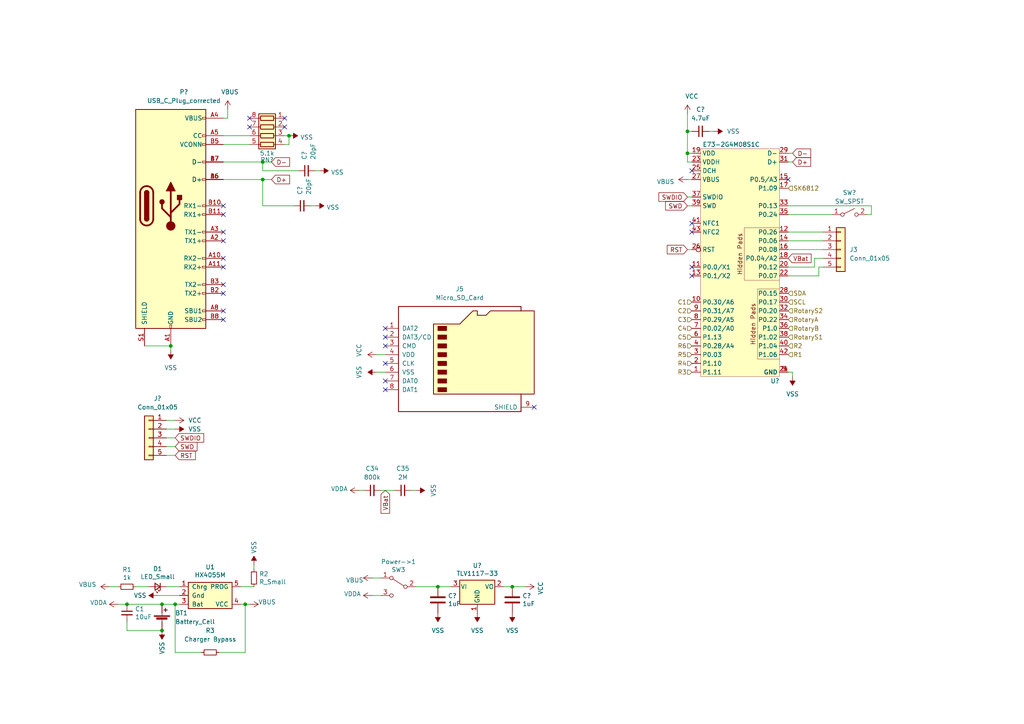
<source format=kicad_sch>
(kicad_sch (version 20210126) (generator eeschema)
  (paper "A4")
  (lib_symbols
    (symbol "BadgePirates:USB_C_Plug_corrected" (pin_names (offset 1.016))
      (property "Reference" "P" (at -10.16 29.21 0))
      (property "Value" "USB_C_Plug_corrected" (at 10.16 29.21 0))
      (symbol "USB_C_Plug_corrected_0_0"
        (rectangle (start -0.254 -35.56) (end 0.254 -34.544))
        (rectangle (start 10.16 -32.766) (end 9.144 -33.274))
        (rectangle (start 10.16 -30.226) (end 9.144 -30.734))
        (rectangle (start 10.16 -25.146) (end 9.144 -25.654))
        (rectangle (start 10.16 -22.606) (end 9.144 -23.114))
        (rectangle (start 10.16 -17.526) (end 9.144 -18.034))
        (rectangle (start 10.16 -14.986) (end 9.144 -15.494))
        (rectangle (start 10.16 -9.906) (end 9.144 -10.414))
        (rectangle (start 10.16 -7.366) (end 9.144 -7.874))
        (rectangle (start 10.16 -2.286) (end 9.144 -2.794))
        (rectangle (start 10.16 0.254) (end 9.144 -0.254))
        (rectangle (start 10.16 7.874) (end 9.144 7.366))
        (rectangle (start 10.16 12.954) (end 9.144 12.446))
        (rectangle (start 10.16 18.034) (end 9.144 17.526))
        (rectangle (start 10.16 20.574) (end 9.144 20.066))
        (rectangle (start 10.16 25.654) (end 9.144 25.146))
      )
      (symbol "USB_C_Plug_corrected_0_1"
        (arc (start -7.62 -3.81) (end -6.35 -3.81) (radius (at -6.985 -3.81) (length 0.635) (angles -179.9 -0.1)) (stroke (width 0.254)) (fill (type outline)))
        (arc (start -8.89 -3.81) (end -5.08 -3.81) (radius (at -6.985 -3.81) (length 1.905) (angles -179.9 -0.1)) (stroke (width 0.508)))
        (arc (start -7.62 -3.81) (end -6.35 -3.81) (radius (at -6.985 -3.81) (length 0.635) (angles -179.9 -0.1)) (stroke (width 0.254)))
        (arc (start -5.08 3.81) (end -8.89 3.81) (radius (at -6.985 3.81) (length 1.905) (angles 0.1 179.9)) (stroke (width 0.508)))
        (arc (start -6.35 3.81) (end -7.62 3.81) (radius (at -6.985 3.81) (length 0.635) (angles 0.1 179.9)) (stroke (width 0.254)) (fill (type outline)))
        (arc (start -6.35 3.81) (end -7.62 3.81) (radius (at -6.985 3.81) (length 0.635) (angles 0.1 179.9)) (stroke (width 0.254)))
        (rectangle (start -10.16 27.94) (end 10.16 -35.56) (stroke (width 0.254)) (fill (type background)))
        (rectangle (start -7.62 -3.81) (end -6.35 3.81) (stroke (width 0.254)) (fill (type outline)))
        (polyline (pts (xy -8.89 -3.81) (xy -8.89 3.81)) (stroke (width 0.508)))
        (polyline (pts (xy -5.08 3.81) (xy -5.08 -3.81)) (stroke (width 0.508)))
      )
      (symbol "USB_C_Plug_corrected_1_1"
        (circle (center -2.54 1.143) (radius 0.635) (stroke (width 0.254)) (fill (type outline)))
        (circle (center 0 -5.842) (radius 1.27) (fill (type outline)))
        (rectangle (start 1.905 1.778) (end 3.175 3.048) (stroke (width 0.254)) (fill (type outline)))
        (polyline (pts (xy 0 -5.842) (xy 0 4.318)) (stroke (width 0.508)))
        (polyline (pts (xy 0 -3.302) (xy -2.54 -0.762) (xy -2.54 0.508)) (stroke (width 0.508)))
        (polyline (pts (xy 0 -2.032) (xy 2.54 0.508) (xy 2.54 1.778)) (stroke (width 0.508)))
        (polyline (pts (xy -1.27 4.318) (xy 0 6.858) (xy 1.27 4.318) (xy -1.27 4.318)) (stroke (width 0.254)) (fill (type outline)))
        (pin passive line (at 0 -40.64 90) (length 5.08) (name "GND") (number "A1"))
        (pin bidirectional line (at 15.24 -15.24 180) (length 5.08) (name "RX2-") (number "A10"))
        (pin bidirectional line (at 15.24 -17.78 180) (length 5.08) (name "RX2+") (number "A11"))
        (pin passive line (at 0 -40.64 90) (length 5.08) hide (name "GND") (number "A12"))
        (pin bidirectional line (at 15.24 -10.16 180) (length 5.08) (name "TX1+") (number "A2"))
        (pin bidirectional line (at 15.24 -7.62 180) (length 5.08) (name "TX1-") (number "A3"))
        (pin passive line (at 15.24 25.4 180) (length 5.08) (name "VBUS") (number "A4"))
        (pin bidirectional line (at 15.24 20.32 180) (length 5.08) (name "CC") (number "A5"))
        (pin bidirectional line (at 15.24 7.62 180) (length 5.08) (name "D+") (number "A6"))
        (pin bidirectional line (at 15.24 12.7 180) (length 5.08) (name "D-") (number "A7"))
        (pin bidirectional line (at 15.24 -30.48 180) (length 5.08) (name "SBU1") (number "A8"))
        (pin passive line (at 15.24 25.4 180) (length 5.08) hide (name "VBUS") (number "A9"))
        (pin passive line (at 0 -40.64 90) (length 5.08) hide (name "GND") (number "B1"))
        (pin bidirectional line (at 15.24 0 180) (length 5.08) (name "RX1-") (number "B10"))
        (pin bidirectional line (at 15.24 -2.54 180) (length 5.08) (name "RX1+") (number "B11"))
        (pin passive line (at 0 -40.64 90) (length 5.08) hide (name "GND") (number "B12"))
        (pin bidirectional line (at 15.24 -25.4 180) (length 5.08) (name "TX2+") (number "B2"))
        (pin bidirectional line (at 15.24 -22.86 180) (length 5.08) (name "TX2-") (number "B3"))
        (pin passive line (at 15.24 25.4 180) (length 5.08) hide (name "VBUS") (number "B4"))
        (pin bidirectional line (at 15.24 17.78 180) (length 5.08) (name "VCONN") (number "B5"))
        (pin bidirectional line (at 15.24 -33.02 180) (length 5.08) (name "SBU2") (number "B8"))
        (pin passive line (at 15.24 25.4 180) (length 5.08) hide (name "VBUS") (number "B9"))
        (pin passive line (at -7.62 -40.64 90) (length 5.08) (name "SHIELD") (number "S1"))
        (pin bidirectional line (at 15.24 7.62 180) (length 5.08) (name "D+") (number "B6"))
        (pin bidirectional line (at 15.24 12.7 180) (length 5.08) (name "D-") (number "B7"))
      )
    )
    (symbol "Connector:Micro_SD_Card" (pin_names (offset 1.016))
      (property "Reference" "J" (at -16.51 15.24 0))
      (property "Value" "Micro_SD_Card" (at 16.51 15.24 0))
      (symbol "Micro_SD_Card_0_1"
        (rectangle (start -7.62 -9.525) (end -5.08 -10.795) (fill (type outline)))
        (rectangle (start -7.62 -6.985) (end -5.08 -8.255) (fill (type outline)))
        (rectangle (start -7.62 -4.445) (end -5.08 -5.715) (fill (type outline)))
        (rectangle (start -7.62 -1.905) (end -5.08 -3.175) (fill (type outline)))
        (rectangle (start -7.62 0.635) (end -5.08 -0.635) (fill (type outline)))
        (rectangle (start -7.62 3.175) (end -5.08 1.905) (fill (type outline)))
        (rectangle (start -7.62 5.715) (end -5.08 4.445) (fill (type outline)))
        (rectangle (start -7.62 8.255) (end -5.08 6.985) (fill (type outline)))
        (polyline (pts (xy 16.51 12.7) (xy 16.51 13.97) (xy -19.05 13.97) (xy -19.05 -16.51) (xy 16.51 -16.51) (xy 16.51 -11.43)) (stroke (width 0.254)))
        (polyline (pts (xy -8.89 -11.43) (xy -8.89 8.89) (xy -1.27 8.89) (xy 2.54 12.7) (xy 3.81 12.7) (xy 3.81 11.43) (xy 6.35 11.43) (xy 7.62 12.7) (xy 20.32 12.7) (xy 20.32 -11.43) (xy -8.89 -11.43)) (stroke (width 0.254)) (fill (type background)))
      )
      (symbol "Micro_SD_Card_1_1"
        (pin bidirectional line (at -22.86 7.62 0) (length 3.81) (name "DAT2") (number "1"))
        (pin bidirectional line (at -22.86 5.08 0) (length 3.81) (name "DAT3/CD") (number "2"))
        (pin input line (at -22.86 2.54 0) (length 3.81) (name "CMD") (number "3"))
        (pin power_in line (at -22.86 0 0) (length 3.81) (name "VDD") (number "4"))
        (pin input line (at -22.86 -2.54 0) (length 3.81) (name "CLK") (number "5"))
        (pin power_in line (at -22.86 -5.08 0) (length 3.81) (name "VSS") (number "6"))
        (pin bidirectional line (at -22.86 -7.62 0) (length 3.81) (name "DAT0") (number "7"))
        (pin bidirectional line (at -22.86 -10.16 0) (length 3.81) (name "DAT1") (number "8"))
        (pin passive line (at 20.32 -15.24 180) (length 3.81) (name "SHIELD") (number "9"))
      )
    )
    (symbol "Connector_Generic:Conn_01x05" (pin_names (offset 1.016) hide)
      (property "Reference" "J" (at 0 7.62 0))
      (property "Value" "Conn_01x05" (at 0 -7.62 0))
      (symbol "Conn_01x05_1_1"
        (rectangle (start -1.27 -4.953) (end 0 -5.207) (stroke (width 0.1524)))
        (rectangle (start -1.27 -2.413) (end 0 -2.667) (stroke (width 0.1524)))
        (rectangle (start -1.27 2.667) (end 0 2.413) (stroke (width 0.1524)))
        (rectangle (start -1.27 5.207) (end 0 4.953) (stroke (width 0.1524)))
        (rectangle (start -1.27 6.35) (end 1.27 -6.35) (stroke (width 0.254)) (fill (type background)))
        (rectangle (start -1.27 0.127) (end 0 -0.127) (stroke (width 0.1524)))
        (pin passive line (at -5.08 5.08 0) (length 3.81) (name "Pin_1") (number "1"))
        (pin passive line (at -5.08 2.54 0) (length 3.81) (name "Pin_2") (number "2"))
        (pin passive line (at -5.08 0 0) (length 3.81) (name "Pin_3") (number "3"))
        (pin passive line (at -5.08 -2.54 0) (length 3.81) (name "Pin_4") (number "4"))
        (pin passive line (at -5.08 -5.08 0) (length 3.81) (name "Pin_5") (number "5"))
      )
    )
    (symbol "Device:Battery_Cell" (pin_numbers hide) (pin_names (offset 0) hide)
      (property "Reference" "BT" (at 2.54 2.54 0))
      (property "Value" "Battery_Cell" (at 2.54 0 0))
      (symbol "Battery_Cell_0_1"
        (rectangle (start -2.286 1.778) (end 2.286 1.524) (fill (type outline)))
        (rectangle (start -1.5748 1.1938) (end 1.4732 0.6858) (fill (type outline)))
        (polyline (pts (xy 0 0.762) (xy 0 0)))
        (polyline (pts (xy 0 1.778) (xy 0 2.54)))
        (polyline (pts (xy 0.508 3.429) (xy 1.524 3.429)) (stroke (width 0.254)))
        (polyline (pts (xy 1.016 3.937) (xy 1.016 2.921)) (stroke (width 0.254)))
      )
      (symbol "Battery_Cell_1_1"
        (pin passive line (at 0 5.08 270) (length 2.54) (name "+") (number "1"))
        (pin passive line (at 0 -2.54 90) (length 2.54) (name "-") (number "2"))
      )
    )
    (symbol "Device:C" (pin_numbers hide) (pin_names (offset 0.254))
      (property "Reference" "C" (at 0.635 2.54 0))
      (property "Value" "C" (at 0.635 -2.54 0))
      (symbol "C_0_1"
        (polyline (pts (xy -2.032 -0.762) (xy 2.032 -0.762)) (stroke (width 0.508)))
        (polyline (pts (xy -2.032 0.762) (xy 2.032 0.762)) (stroke (width 0.508)))
      )
      (symbol "C_1_1"
        (pin passive line (at 0 3.81 270) (length 2.794) (name "~") (number "1"))
        (pin passive line (at 0 -3.81 90) (length 2.794) (name "~") (number "2"))
      )
    )
    (symbol "Device:C_Small" (pin_numbers hide) (pin_names (offset 0.254) hide)
      (property "Reference" "C" (at 0.254 1.778 0))
      (property "Value" "C_Small" (at 0.254 -2.032 0))
      (symbol "C_Small_0_1"
        (polyline (pts (xy -1.524 -0.508) (xy 1.524 -0.508)) (stroke (width 0.3302)))
        (polyline (pts (xy -1.524 0.508) (xy 1.524 0.508)) (stroke (width 0.3048)))
      )
      (symbol "C_Small_1_1"
        (pin passive line (at 0 2.54 270) (length 2.032) (name "~") (number "1"))
        (pin passive line (at 0 -2.54 90) (length 2.032) (name "~") (number "2"))
      )
    )
    (symbol "Device:LED_Small" (pin_numbers hide) (pin_names (offset 0.254) hide)
      (property "Reference" "D" (at -1.27 3.175 0))
      (property "Value" "LED_Small" (at -4.445 -2.54 0))
      (symbol "LED_Small_0_1"
        (polyline (pts (xy -0.762 -1.016) (xy -0.762 1.016)) (stroke (width 0.254)))
        (polyline (pts (xy 1.016 0) (xy -0.762 0)))
        (polyline (pts (xy 0.762 -1.016) (xy -0.762 0) (xy 0.762 1.016) (xy 0.762 -1.016)) (stroke (width 0.254)))
        (polyline (pts (xy 0 0.762) (xy -0.508 1.27) (xy -0.254 1.27) (xy -0.508 1.27) (xy -0.508 1.016)))
        (polyline (pts (xy 0.508 1.27) (xy 0 1.778) (xy 0.254 1.778) (xy 0 1.778) (xy 0 1.524)))
      )
      (symbol "LED_Small_1_1"
        (pin passive line (at -2.54 0 0) (length 1.778) (name "K") (number "1"))
        (pin passive line (at 2.54 0 180) (length 1.778) (name "A") (number "2"))
      )
    )
    (symbol "Device:R_Pack04" (pin_names (offset 0) hide)
      (property "Reference" "RN" (at -7.62 0 90))
      (property "Value" "R_Pack04" (at 5.08 0 90))
      (symbol "R_Pack04_0_1"
        (rectangle (start -6.35 -2.413) (end 3.81 2.413) (stroke (width 0.254)) (fill (type background)))
        (rectangle (start -5.715 1.905) (end -4.445 -1.905) (stroke (width 0.254)))
        (rectangle (start -3.175 1.905) (end -1.905 -1.905) (stroke (width 0.254)))
        (rectangle (start -0.635 1.905) (end 0.635 -1.905) (stroke (width 0.254)))
        (rectangle (start 1.905 1.905) (end 3.175 -1.905) (stroke (width 0.254)))
        (polyline (pts (xy -5.08 -2.54) (xy -5.08 -1.905)))
        (polyline (pts (xy -5.08 1.905) (xy -5.08 2.54)))
        (polyline (pts (xy -2.54 -2.54) (xy -2.54 -1.905)))
        (polyline (pts (xy -2.54 1.905) (xy -2.54 2.54)))
        (polyline (pts (xy 0 -2.54) (xy 0 -1.905)))
        (polyline (pts (xy 0 1.905) (xy 0 2.54)))
        (polyline (pts (xy 2.54 -2.54) (xy 2.54 -1.905)))
        (polyline (pts (xy 2.54 1.905) (xy 2.54 2.54)))
      )
      (symbol "R_Pack04_1_1"
        (pin passive line (at -5.08 -5.08 90) (length 2.54) (name "R1.1") (number "1"))
        (pin passive line (at -2.54 -5.08 90) (length 2.54) (name "R2.1") (number "2"))
        (pin passive line (at 0 -5.08 90) (length 2.54) (name "R3.1") (number "3"))
        (pin passive line (at 2.54 -5.08 90) (length 2.54) (name "R4.1") (number "4"))
        (pin passive line (at 2.54 5.08 270) (length 2.54) (name "R4.2") (number "5"))
        (pin passive line (at 0 5.08 270) (length 2.54) (name "R3.2") (number "6"))
        (pin passive line (at -2.54 5.08 270) (length 2.54) (name "R2.2") (number "7"))
        (pin passive line (at -5.08 5.08 270) (length 2.54) (name "R1.2") (number "8"))
      )
    )
    (symbol "Device:R_Small" (pin_numbers hide) (pin_names (offset 0.254) hide)
      (property "Reference" "R" (at 0.762 0.508 0))
      (property "Value" "R_Small" (at 0.762 -1.016 0))
      (symbol "R_Small_0_1"
        (rectangle (start -0.762 1.778) (end 0.762 -1.778) (stroke (width 0.2032)))
      )
      (symbol "R_Small_1_1"
        (pin passive line (at 0 2.54 270) (length 0.762) (name "~") (number "1"))
        (pin passive line (at 0 -2.54 90) (length 0.762) (name "~") (number "2"))
      )
    )
    (symbol "E73:E73-2G4M08S1C"
      (property "Reference" "U" (at -19.05 -66.04 0))
      (property "Value" "E73-2G4M08S1C" (at 0 13.97 0))
      (symbol "E73-2G4M08S1C_0_0"
        (text "Hidden Pads" (at 5.08 -38.1 900) (effects (font (size 1.27 1.27))))
        (text "Hidden Pads" (at 1.27 -17.78 900) (effects (font (size 1.27 1.27))))
        (rectangle (start -10.16 12.7) (end 12.7 -53.34) (stroke (width 0.001)) (fill (type background)))
      )
      (symbol "E73-2G4M08S1C_0_1"
        (polyline (pts (xy 12.7 -10.16) (xy 2.54 -10.16) (xy 2.54 -25.4) (xy 12.7 -25.4)) (stroke (width 0.0006)))
        (polyline (pts (xy 12.7 -27.94) (xy 6.35 -27.94) (xy 6.35 -48.26) (xy 12.7 -48.26)) (stroke (width 0.0006)))
      )
      (symbol "E73-2G4M08S1C_1_1"
        (pin input line (at -12.7 11.43 0) (length 2.54) (name "VDD") (number "19"))
        (pin input line (at -12.7 8.89 0) (length 2.54) (name "VDDH") (number "23"))
        (pin output line (at -12.7 6.35 0) (length 2.54) (name "DCH") (number "25"))
        (pin input line (at -12.7 3.81 0) (length 2.54) (name "VBUS") (number "27"))
        (pin input line (at 15.24 11.43 180) (length 2.54) (name "D-") (number "29"))
        (pin input line (at 15.24 8.89 180) (length 2.54) (name "D+") (number "31"))
        (pin input line (at -12.7 -1.27 0) (length 2.54) (name "SWDIO") (number "37"))
        (pin input line (at -12.7 -3.81 0) (length 2.54) (name "SWD") (number "39"))
        (pin input line (at -12.7 -8.89 0) (length 2.54) (name "NFC1") (number "41"))
        (pin input line (at -12.7 -11.43 0) (length 2.54) (name "NFC2") (number "43"))
        (pin input line (at -12.7 -52.07 0) (length 2.54) (name "P1.11") (number "1"))
        (pin input line (at -12.7 -49.53 0) (length 2.54) (name "P1.10") (number "2"))
        (pin input line (at -12.7 -46.99 0) (length 2.54) (name "P0.03") (number "3"))
        (pin input line (at -12.7 -44.45 0) (length 2.54) (name "P0.28/A4") (number "4"))
        (pin input line (at -12.7 -41.91 0) (length 2.54) (name "P1.13") (number "6"))
        (pin input line (at -12.7 -39.37 0) (length 2.54) (name "P0.02/A0") (number "7"))
        (pin input line (at -12.7 -36.83 0) (length 2.54) (name "P0.29/A5") (number "8"))
        (pin input line (at -12.7 -34.29 0) (length 2.54) (name "P0.31/A7") (number "9"))
        (pin input line (at -12.7 -31.75 0) (length 2.54) (name "P0.30/A6") (number "10"))
        (pin input line (at -12.7 -21.59 0) (length 2.54) (name "P0.0/X1") (number "11"))
        (pin input line (at 15.24 -11.43 180) (length 2.54) (name "P0.26") (number "12"))
        (pin input line (at -12.7 -24.13 0) (length 2.54) (name "P0.1/X2") (number "13"))
        (pin input line (at 15.24 -13.97 180) (length 2.54) (name "P0.06") (number "14"))
        (pin input line (at 15.24 3.81 180) (length 2.54) (name "P0.5/A3") (number "15"))
        (pin input line (at 15.24 -16.51 180) (length 2.54) (name "P0.08") (number "16"))
        (pin input line (at 15.24 1.27 180) (length 2.54) (name "P1.09") (number "17"))
        (pin input line (at 15.24 -19.05 180) (length 2.54) (name "P0.04/A2") (number "18"))
        (pin input line (at 15.24 -21.59 180) (length 2.54) (name "P0.12") (number "20"))
        (pin input line (at 15.24 -24.13 180) (length 2.54) (name "P0.07") (number "22"))
        (pin input line (at 15.24 -29.21 180) (length 2.54) (name "P0.15") (number "28"))
        (pin input inverted (at -12.7 -16.51 0) (length 2.54) (name "RST") (number "26"))
        (pin input line (at 15.24 -31.75 180) (length 2.54) (name "P0.17") (number "30"))
        (pin input line (at 15.24 -34.29 180) (length 2.54) (name "P0.20") (number "32"))
        (pin input line (at 15.24 -3.81 180) (length 2.54) (name "P0.13") (number "33"))
        (pin input line (at 15.24 -36.83 180) (length 2.54) (name "P0.22") (number "34"))
        (pin input line (at 15.24 -6.35 180) (length 2.54) (name "P0.24") (number "35"))
        (pin input line (at 15.24 -39.37 180) (length 2.54) (name "P1.0") (number "36"))
        (pin input line (at 15.24 -41.91 180) (length 2.54) (name "P1.02") (number "38"))
        (pin input line (at 15.24 -44.45 180) (length 2.54) (name "P1.04") (number "40"))
        (pin input line (at 15.24 -46.99 180) (length 2.54) (name "P1.06") (number "42"))
        (pin input line (at 15.24 -52.07 180) (length 2.54) (name "GND") (number "5"))
        (pin input line (at 15.24 -52.07 180) (length 2.54) (name "GND") (number "21"))
        (pin input line (at 15.24 -52.07 180) (length 2.54) (name "GND") (number "24"))
      )
    )
    (symbol "Regulator_Linear:TLV1117-33" (pin_names (offset 0.254))
      (property "Reference" "U" (at -3.81 3.175 0))
      (property "Value" "TLV1117-33" (at 0 3.175 0))
      (symbol "TLV1117-33_0_1"
        (rectangle (start -5.08 -5.08) (end 5.08 1.905) (stroke (width 0.254)) (fill (type background)))
      )
      (symbol "TLV1117-33_1_1"
        (pin power_in line (at 0 -7.62 90) (length 2.54) (name "GND") (number "1"))
        (pin power_out line (at 7.62 0 180) (length 2.54) (name "VO") (number "2"))
        (pin power_in line (at -7.62 0 0) (length 2.54) (name "VI") (number "3"))
      )
    )
    (symbol "Switch:SW_SPDT" (pin_names (offset 0) hide)
      (property "Reference" "SW" (at 0 4.318 0))
      (property "Value" "SW_SPDT" (at 0 -5.08 0))
      (symbol "SW_SPDT_0_0"
        (circle (center -2.032 0) (radius 0.508))
        (circle (center 2.032 -2.54) (radius 0.508))
      )
      (symbol "SW_SPDT_0_1"
        (circle (center 2.032 2.54) (radius 0.508))
        (polyline (pts (xy -1.524 0.254) (xy 1.651 2.286)))
      )
      (symbol "SW_SPDT_1_1"
        (pin passive line (at 5.08 2.54 180) (length 2.54) (name "A") (number "1"))
        (pin passive line (at -5.08 0 0) (length 2.54) (name "B") (number "2"))
        (pin passive line (at 5.08 -2.54 180) (length 2.54) (name "C") (number "3"))
      )
    )
    (symbol "Switch:SW_SPST" (pin_names (offset 0) hide)
      (property "Reference" "SW" (at 0 3.175 0))
      (property "Value" "SW_SPST" (at 0 -2.54 0))
      (symbol "SW_SPST_0_0"
        (circle (center -2.032 0) (radius 0.508))
        (circle (center 2.032 0) (radius 0.508))
        (polyline (pts (xy -1.524 0.254) (xy 1.524 1.778)))
      )
      (symbol "SW_SPST_1_1"
        (pin passive line (at -5.08 0 0) (length 2.54) (name "A") (number "1"))
        (pin passive line (at 5.08 0 180) (length 2.54) (name "B") (number "2"))
      )
    )
    (symbol "TwitterKeyboard-rescue:HX4055M-MechKeyboard" (pin_names (offset 1.016))
      (property "Reference" "U" (at 5.08 -10.16 0))
      (property "Value" "HX4055M-MechKeyboard" (at 0 0 0))
      (symbol "HX4055M-MechKeyboard_0_1"
        (rectangle (start -6.35 -1.27) (end 6.35 -8.89) (stroke (width 0.254)) (fill (type background)))
      )
      (symbol "HX4055M-MechKeyboard_1_1"
        (pin input line (at -8.89 -2.54 0) (length 2.54) (name "Chrg") (number "1"))
        (pin input line (at -8.89 -5.08 0) (length 2.54) (name "Gnd") (number "2"))
        (pin input line (at -8.89 -7.62 0) (length 2.54) (name "Bat") (number "3"))
        (pin input line (at 8.89 -7.62 180) (length 2.54) (name "VCC") (number "4"))
        (pin input line (at 8.89 -2.54 180) (length 2.54) (name "PROG") (number "5"))
      )
    )
    (symbol "power:VBUS" (power) (pin_names (offset 0))
      (property "Value" "VBUS" (at 0 3.81 0))
      (symbol "VBUS_0_1"
        (polyline (pts (xy -0.762 1.27) (xy 0 2.54)))
        (polyline (pts (xy 0 0) (xy 0 2.54)))
        (polyline (pts (xy 0 2.54) (xy 0.762 1.27)))
      )
      (symbol "VBUS_1_1"
        (pin power_in line (at 0 0 90) (length 0) hide (name "VBUS") (number "1"))
      )
    )
    (symbol "power:VCC" (power) (pin_names (offset 0))
      (property "Value" "VCC" (at 0 3.81 0))
      (symbol "VCC_0_1"
        (polyline (pts (xy -0.762 1.27) (xy 0 2.54)))
        (polyline (pts (xy 0 0) (xy 0 2.54)))
        (polyline (pts (xy 0 2.54) (xy 0.762 1.27)))
      )
      (symbol "VCC_1_1"
        (pin power_in line (at 0 0 90) (length 0) hide (name "VCC") (number "1"))
      )
    )
    (symbol "power:VDDA" (power) (pin_names (offset 0))
      (property "Value" "VDDA" (at 0 3.81 0))
      (symbol "VDDA_0_1"
        (polyline (pts (xy -0.762 1.27) (xy 0 2.54)))
        (polyline (pts (xy 0 0) (xy 0 2.54)))
        (polyline (pts (xy 0 2.54) (xy 0.762 1.27)))
      )
      (symbol "VDDA_1_1"
        (pin power_in line (at 0 0 90) (length 0) hide (name "VDDA") (number "1"))
      )
    )
    (symbol "power:VSS" (power) (pin_names (offset 0))
      (property "Value" "VSS" (at 0 3.81 0))
      (symbol "VSS_0_1"
        (polyline (pts (xy 0 0) (xy 0 2.54)))
        (polyline (pts (xy 0.762 1.27) (xy -0.762 1.27) (xy 0 2.54) (xy 0.762 1.27)) (fill (type outline)))
      )
      (symbol "VSS_1_1"
        (pin power_in line (at 0 0 90) (length 0) hide (name "VSS") (number "1"))
      )
    )
  )
  (junction (at 36.83 175.26) (diameter 0.9144))
  (junction (at 46.99 175.26) (diameter 0.9144))
  (junction (at 46.99 182.88) (diameter 0.9144))
  (junction (at 49.53 100.33) (diameter 0.9144))
  (junction (at 50.8 175.26) (diameter 0.9144))
  (junction (at 71.12 175.26) (diameter 0.9144))
  (junction (at 76.2 46.99) (diameter 0.9144))
  (junction (at 76.2 52.07) (diameter 0.9144))
  (junction (at 83.82 39.37) (diameter 0.9144))
  (junction (at 127 170.18) (diameter 0.9144))
  (junction (at 148.59 170.18) (diameter 0.9144))
  (junction (at 199.39 38.1) (diameter 0.9144))
  (junction (at 199.39 44.45) (diameter 0.9144))
  (no_connect (at 64.77 59.69))
  (no_connect (at 64.77 62.23))
  (no_connect (at 64.77 67.31))
  (no_connect (at 64.77 69.85))
  (no_connect (at 64.77 74.93))
  (no_connect (at 64.77 77.47))
  (no_connect (at 64.77 82.55))
  (no_connect (at 64.77 85.09))
  (no_connect (at 64.77 90.17))
  (no_connect (at 64.77 92.71))
  (no_connect (at 72.39 34.29))
  (no_connect (at 72.39 36.83))
  (no_connect (at 82.55 34.29))
  (no_connect (at 82.55 36.83))
  (no_connect (at 111.76 95.25))
  (no_connect (at 111.76 97.79))
  (no_connect (at 111.76 100.33))
  (no_connect (at 111.76 105.41))
  (no_connect (at 111.76 110.49))
  (no_connect (at 111.76 113.03))
  (no_connect (at 154.94 118.11))
  (no_connect (at 200.66 49.53))
  (no_connect (at 200.66 64.77))
  (no_connect (at 200.66 67.31))
  (no_connect (at 200.66 77.47))
  (no_connect (at 200.66 80.01))
  (no_connect (at 228.6 52.07))
  (wire (pts (xy 31.75 170.18) (xy 34.29 170.18)))
  (wire (pts (xy 34.29 175.26) (xy 36.83 175.26)))
  (wire (pts (xy 36.83 175.26) (xy 46.99 175.26)))
  (wire (pts (xy 36.83 180.34) (xy 36.83 182.88)))
  (wire (pts (xy 36.83 182.88) (xy 46.99 182.88)))
  (wire (pts (xy 39.37 170.18) (xy 43.18 170.18)))
  (wire (pts (xy 41.91 100.33) (xy 49.53 100.33)))
  (wire (pts (xy 45.72 172.72) (xy 52.07 172.72)))
  (wire (pts (xy 46.99 175.26) (xy 50.8 175.26)))
  (wire (pts (xy 48.26 121.92) (xy 50.8 121.92)))
  (wire (pts (xy 48.26 124.46) (xy 50.8 124.46)))
  (wire (pts (xy 48.26 127) (xy 50.8 127)))
  (wire (pts (xy 48.26 129.54) (xy 50.8 129.54)))
  (wire (pts (xy 48.26 132.08) (xy 50.8 132.08)))
  (wire (pts (xy 48.26 170.18) (xy 52.07 170.18)))
  (wire (pts (xy 49.53 100.33) (xy 49.53 101.6)))
  (wire (pts (xy 50.8 175.26) (xy 52.07 175.26)))
  (wire (pts (xy 50.8 189.23) (xy 50.8 175.26)))
  (wire (pts (xy 58.42 189.23) (xy 50.8 189.23)))
  (wire (pts (xy 63.5 189.23) (xy 71.12 189.23)))
  (wire (pts (xy 64.77 39.37) (xy 72.39 39.37)))
  (wire (pts (xy 64.77 41.91) (xy 72.39 41.91)))
  (wire (pts (xy 64.77 46.99) (xy 76.2 46.99)))
  (wire (pts (xy 64.77 52.07) (xy 76.2 52.07)))
  (wire (pts (xy 66.04 31.75) (xy 66.04 34.29)))
  (wire (pts (xy 66.04 34.29) (xy 64.77 34.29)))
  (wire (pts (xy 69.85 170.18) (xy 73.66 170.18)))
  (wire (pts (xy 69.85 175.26) (xy 71.12 175.26)))
  (wire (pts (xy 71.12 175.26) (xy 72.39 175.26)))
  (wire (pts (xy 71.12 189.23) (xy 71.12 175.26)))
  (wire (pts (xy 73.66 165.1) (xy 73.66 163.83)))
  (wire (pts (xy 76.2 46.99) (xy 78.74 46.99)))
  (wire (pts (xy 76.2 49.53) (xy 76.2 46.99)))
  (wire (pts (xy 76.2 52.07) (xy 78.74 52.07)))
  (wire (pts (xy 76.2 59.69) (xy 76.2 52.07)))
  (wire (pts (xy 82.55 39.37) (xy 83.82 39.37)))
  (wire (pts (xy 82.55 41.91) (xy 83.82 41.91)))
  (wire (pts (xy 83.82 39.37) (xy 83.82 41.91)))
  (wire (pts (xy 85.09 59.69) (xy 76.2 59.69)))
  (wire (pts (xy 86.36 49.53) (xy 76.2 49.53)))
  (wire (pts (xy 90.17 59.69) (xy 91.44 59.69)))
  (wire (pts (xy 91.44 49.53) (xy 92.71 49.53)))
  (wire (pts (xy 104.14 142.24) (xy 105.41 142.24)))
  (wire (pts (xy 107.95 167.64) (xy 110.49 167.64)))
  (wire (pts (xy 107.95 172.72) (xy 110.49 172.72)))
  (wire (pts (xy 109.22 102.87) (xy 111.76 102.87)))
  (wire (pts (xy 109.22 107.95) (xy 111.76 107.95)))
  (wire (pts (xy 110.49 142.24) (xy 114.3 142.24)))
  (wire (pts (xy 119.38 142.24) (xy 120.65 142.24)))
  (wire (pts (xy 120.65 170.18) (xy 127 170.18)))
  (wire (pts (xy 130.81 170.18) (xy 127 170.18)))
  (wire (pts (xy 146.05 170.18) (xy 148.59 170.18)))
  (wire (pts (xy 148.59 170.18) (xy 152.4 170.18)))
  (wire (pts (xy 199.39 33.02) (xy 199.39 38.1)))
  (wire (pts (xy 199.39 38.1) (xy 199.39 44.45)))
  (wire (pts (xy 199.39 38.1) (xy 200.66 38.1)))
  (wire (pts (xy 199.39 46.99) (xy 199.39 44.45)))
  (wire (pts (xy 199.39 52.07) (xy 200.66 52.07)))
  (wire (pts (xy 199.39 57.15) (xy 200.66 57.15)))
  (wire (pts (xy 199.39 59.69) (xy 200.66 59.69)))
  (wire (pts (xy 199.39 72.39) (xy 200.66 72.39)))
  (wire (pts (xy 200.66 44.45) (xy 199.39 44.45)))
  (wire (pts (xy 200.66 46.99) (xy 199.39 46.99)))
  (wire (pts (xy 205.74 38.1) (xy 207.01 38.1)))
  (wire (pts (xy 228.6 59.69) (xy 252.73 59.69)))
  (wire (pts (xy 228.6 62.23) (xy 241.3 62.23)))
  (wire (pts (xy 228.6 67.31) (xy 238.76 67.31)))
  (wire (pts (xy 228.6 69.85) (xy 238.76 69.85)))
  (wire (pts (xy 228.6 72.39) (xy 238.76 72.39)))
  (wire (pts (xy 228.6 80.01) (xy 237.49 80.01)))
  (wire (pts (xy 229.87 44.45) (xy 228.6 44.45)))
  (wire (pts (xy 229.87 46.99) (xy 228.6 46.99)))
  (wire (pts (xy 229.87 107.95) (xy 228.6 107.95)))
  (wire (pts (xy 229.87 109.22) (xy 229.87 107.95)))
  (wire (pts (xy 236.22 74.93) (xy 236.22 77.47)))
  (wire (pts (xy 236.22 77.47) (xy 228.6 77.47)))
  (wire (pts (xy 237.49 77.47) (xy 238.76 77.47)))
  (wire (pts (xy 237.49 80.01) (xy 237.49 77.47)))
  (wire (pts (xy 238.76 74.93) (xy 236.22 74.93)))
  (wire (pts (xy 251.46 62.23) (xy 252.73 62.23)))
  (wire (pts (xy 252.73 59.69) (xy 252.73 62.23)))
  (global_label "SWDIO" (shape input) (at 50.8 127 0) (property "Intersheet References" "${INTERSHEET_REFS}" (effects hide)))
  (global_label "SWD" (shape input) (at 50.8 129.54 0) (property "Intersheet References" "${INTERSHEET_REFS}" (effects hide)))
  (global_label "RST" (shape input) (at 50.8 132.08 0) (property "Intersheet References" "${INTERSHEET_REFS}" (effects hide)))
  (global_label "D-" (shape input) (at 78.74 46.99 0) (property "Intersheet References" "${INTERSHEET_REFS}" (effects hide)))
  (global_label "D+" (shape input) (at 78.74 52.07 0) (property "Intersheet References" "${INTERSHEET_REFS}" (effects hide)))
  (global_label "VBat" (shape input) (at 111.76 142.24 270) (property "Intersheet References" "${INTERSHEET_REFS}" (effects hide)))
  (global_label "SWDIO" (shape input) (at 199.39 57.15 180) (property "Intersheet References" "${INTERSHEET_REFS}" (effects hide)))
  (global_label "SWD" (shape input) (at 199.39 59.69 180) (property "Intersheet References" "${INTERSHEET_REFS}" (effects hide)))
  (global_label "RST" (shape input) (at 199.39 72.39 180) (property "Intersheet References" "${INTERSHEET_REFS}" (effects hide)))
  (global_label "VBat" (shape input) (at 228.6 74.93 0) (property "Intersheet References" "${INTERSHEET_REFS}" (effects hide)))
  (global_label "D-" (shape input) (at 229.87 44.45 0) (property "Intersheet References" "${INTERSHEET_REFS}" (effects hide)))
  (global_label "D+" (shape input) (at 229.87 46.99 0) (property "Intersheet References" "${INTERSHEET_REFS}" (effects hide)))
  (hierarchical_label "C1" (shape input) (at 200.66 87.63 180))
  (hierarchical_label "C2" (shape input) (at 200.66 90.17 180))
  (hierarchical_label "C3" (shape input) (at 200.66 92.71 180))
  (hierarchical_label "C4" (shape input) (at 200.66 95.25 180))
  (hierarchical_label "C5" (shape input) (at 200.66 97.79 180))
  (hierarchical_label "R6" (shape input) (at 200.66 100.33 180))
  (hierarchical_label "R5" (shape input) (at 200.66 102.87 180))
  (hierarchical_label "R4" (shape input) (at 200.66 105.41 180))
  (hierarchical_label "R3" (shape input) (at 200.66 107.95 180))
  (hierarchical_label "SK6812" (shape input) (at 228.6 54.61 0))
  (hierarchical_label "SDA" (shape input) (at 228.6 85.09 0))
  (hierarchical_label "SCL" (shape input) (at 228.6 87.63 0))
  (hierarchical_label "RotaryS2" (shape input) (at 228.6 90.17 0))
  (hierarchical_label "RotaryA" (shape input) (at 228.6 92.71 0))
  (hierarchical_label "RotaryB" (shape input) (at 228.6 95.25 0))
  (hierarchical_label "RotaryS1" (shape input) (at 228.6 97.79 0))
  (hierarchical_label "R2" (shape input) (at 228.6 100.33 0))
  (hierarchical_label "R1" (shape input) (at 228.6 102.87 0))
  (symbol (lib_id "power:VBUS") (at 31.75 170.18 90) (unit 1)
    (property "Reference" "#PWR01" (effects hide))
    (property "Value" "VBUS" (at 25.4 169.545 90))
  )
  (symbol (lib_id "power:VDDA") (at 34.29 175.26 90) (unit 1)
    (property "Reference" "#PWR02" (effects hide))
    (property "Value" "VDDA" (at 31.0388 174.8028 90) (effects (justify left)))
  )
  (symbol (lib_id "power:VSS") (at 45.72 172.72 90) (unit 1)
    (property "Reference" "#PWR03" (effects hide))
    (property "Value" "VSS" (at 40.64 172.72 90))
  )
  (symbol (lib_id "power:VSS") (at 46.99 182.88 180) (unit 1)
    (property "Reference" "#PWR07" (effects hide))
    (property "Value" "VSS" (at 46.99 187.96 90))
  )
  (symbol (lib_id "power:VSS") (at 49.53 101.6 180) (unit 1)
    (property "Reference" "#PWR?" (effects hide))
    (property "Value" "VSS" (at 49.53 106.68 0))
  )
  (symbol (lib_id "power:VCC") (at 50.8 121.92 270) (unit 1)
    (property "Reference" "#PWR?" (effects hide))
    (property "Value" "VCC" (at 54.61 121.92 90) (effects (justify left)))
  )
  (symbol (lib_id "power:VSS") (at 50.8 124.46 270) (unit 1)
    (property "Reference" "#PWR?" (effects hide))
    (property "Value" "VSS" (at 54.61 124.46 90) (effects (justify left)))
  )
  (symbol (lib_id "power:VBUS") (at 66.04 31.75 0) (unit 1)
    (property "Reference" "#PWR?" (effects hide))
    (property "Value" "VBUS" (at 66.675 26.67 0))
  )
  (symbol (lib_id "power:VBUS") (at 72.39 175.26 270) (unit 1)
    (property "Reference" "#PWR?" (effects hide))
    (property "Value" "VBUS" (at 77.47 174.625 90))
  )
  (symbol (lib_id "power:VSS") (at 73.66 163.83 0) (unit 1)
    (property "Reference" "#PWR010" (effects hide))
    (property "Value" "VSS" (at 73.66 158.75 90))
  )
  (symbol (lib_id "power:VSS") (at 83.82 39.37 270) (unit 1)
    (property "Reference" "#PWR?" (effects hide))
    (property "Value" "VSS" (at 87.0712 39.8272 90) (effects (justify left)))
  )
  (symbol (lib_id "power:VSS") (at 91.44 59.69 270) (unit 1)
    (property "Reference" "#PWR?" (effects hide))
    (property "Value" "VSS" (at 94.6912 60.1472 90) (effects (justify left)))
  )
  (symbol (lib_id "power:VSS") (at 92.71 49.53 270) (unit 1)
    (property "Reference" "#PWR?" (effects hide))
    (property "Value" "VSS" (at 95.9612 49.9872 90) (effects (justify left)))
  )
  (symbol (lib_id "power:VDDA") (at 104.14 142.24 90) (unit 1)
    (property "Reference" "#PWR0103" (effects hide))
    (property "Value" "VDDA" (at 100.8888 141.7828 90) (effects (justify left)))
  )
  (symbol (lib_id "power:VBUS") (at 107.95 167.64 90) (unit 1)
    (property "Reference" "#PWR014" (effects hide))
    (property "Value" "VBUS" (at 102.87 168.275 90))
  )
  (symbol (lib_id "power:VDDA") (at 107.95 172.72 90) (unit 1)
    (property "Reference" "#PWR015" (effects hide))
    (property "Value" "VDDA" (at 104.6988 172.2628 90) (effects (justify left)))
  )
  (symbol (lib_id "power:VCC") (at 109.22 102.87 90) (unit 1)
    (property "Reference" "#PWR0105" (effects hide))
    (property "Value" "VCC" (at 104.14 101.6 0))
  )
  (symbol (lib_id "power:VSS") (at 109.22 107.95 90) (unit 1)
    (property "Reference" "#PWR0106" (effects hide))
    (property "Value" "VSS" (at 104.14 107.95 0))
  )
  (symbol (lib_id "power:VSS") (at 120.65 142.24 270) (unit 1)
    (property "Reference" "#PWR0104" (effects hide))
    (property "Value" "VSS" (at 125.73 142.24 0))
  )
  (symbol (lib_id "power:VSS") (at 127 177.8 180) (unit 1)
    (property "Reference" "#PWR?" (effects hide))
    (property "Value" "VSS" (at 127 182.88 0))
  )
  (symbol (lib_id "power:VSS") (at 138.43 177.8 180) (unit 1)
    (property "Reference" "#PWR?" (effects hide))
    (property "Value" "VSS" (at 138.43 182.88 0))
  )
  (symbol (lib_id "power:VSS") (at 148.59 177.8 180) (unit 1)
    (property "Reference" "#PWR?" (effects hide))
    (property "Value" "VSS" (at 148.59 182.88 0))
  )
  (symbol (lib_id "power:VCC") (at 152.4 170.18 270) (unit 1)
    (property "Reference" "#PWR?" (effects hide))
    (property "Value" "VCC" (at 156.7942 170.6118 0))
  )
  (symbol (lib_id "power:VCC") (at 199.39 33.02 0) (unit 1)
    (property "Reference" "#PWR?" (effects hide))
    (property "Value" "VCC" (at 200.66 27.94 0))
  )
  (symbol (lib_id "power:VBUS") (at 199.39 52.07 90) (unit 1)
    (property "Reference" "#PWR?" (effects hide))
    (property "Value" "VBUS" (at 193.04 52.705 90))
  )
  (symbol (lib_id "power:VSS") (at 207.01 38.1 270) (unit 1)
    (property "Reference" "#PWR?" (effects hide))
    (property "Value" "VSS" (at 210.82 38.1 90) (effects (justify left)))
  )
  (symbol (lib_id "power:VSS") (at 229.87 109.22 180) (unit 1)
    (property "Reference" "#PWR?" (effects hide))
    (property "Value" "VSS" (at 229.87 114.3 0))
  )
  (symbol (lib_id "Device:R_Small") (at 36.83 170.18 270) (unit 1)
    (property "Reference" "R1" (at 36.83 165.2016 90))
    (property "Value" "1k" (at 36.83 167.513 90))
    (property "Footprint" "Resistor_SMD:R_0805_2012Metric" (effects hide))
  )
  (symbol (lib_id "Device:R_Small") (at 60.96 189.23 270) (unit 1)
    (property "Reference" "R3" (at 60.96 182.88 90))
    (property "Value" "Charger Bypass" (at 60.96 185.42 90))
    (property "Footprint" "Resistor_SMD:R_0805_2012Metric" (effects hide))
  )
  (symbol (lib_id "Device:R_Small") (at 73.66 167.64 0) (unit 1)
    (property "Reference" "R2" (at 75.1586 166.4716 0) (effects (justify left)))
    (property "Value" "R_Small" (at 75.1586 168.783 0) (effects (justify left)))
    (property "Footprint" "Resistor_SMD:R_0805_2012Metric" (effects hide))
  )
  (symbol (lib_id "Device:LED_Small") (at 45.72 170.18 180) (unit 1)
    (property "Reference" "D1" (at 45.72 164.973 0))
    (property "Value" "LED_Small" (at 45.72 167.2844 0))
    (property "Footprint" "LED_SMD:LED_0805_2012Metric" (effects hide))
  )
  (symbol (lib_id "Device:C_Small") (at 36.83 177.8 0) (unit 1)
    (property "Reference" "C1" (at 39.1668 176.6316 0) (effects (justify left)))
    (property "Value" "10uF" (at 39.1668 178.943 0) (effects (justify left)))
    (property "Footprint" "Capacitor_SMD:C_0805_2012Metric" (effects hide))
  )
  (symbol (lib_id "Device:C_Small") (at 87.63 59.69 90) (unit 1)
    (property "Reference" "C?" (at 86.995 56.515 0) (effects (justify left)))
    (property "Value" "20pF" (at 89.535 56.515 0) (effects (justify left)))
    (property "Footprint" "Capacitor_SMD:C_0805_2012Metric" (effects hide))
  )
  (symbol (lib_id "Device:C_Small") (at 88.9 49.53 90) (unit 1)
    (property "Reference" "C?" (at 88.265 46.355 0) (effects (justify left)))
    (property "Value" "20pF" (at 90.805 46.355 0) (effects (justify left)))
    (property "Footprint" "Capacitor_SMD:C_0805_2012Metric" (effects hide))
  )
  (symbol (lib_id "Device:C_Small") (at 107.95 142.24 90) (unit 1)
    (property "Reference" "C34" (at 107.95 135.89 90))
    (property "Value" "800k" (at 107.95 138.43 90))
    (property "Footprint" "Resistor_SMD:R_0805_2012Metric" (effects hide))
  )
  (symbol (lib_id "Device:C_Small") (at 116.84 142.24 90) (unit 1)
    (property "Reference" "C35" (at 116.84 135.89 90))
    (property "Value" "2M" (at 116.84 138.43 90))
    (property "Footprint" "Resistor_SMD:R_0805_2012Metric" (effects hide))
  )
  (symbol (lib_id "Device:C_Small") (at 203.2 38.1 90) (unit 1)
    (property "Reference" "C?" (at 203.2 31.75 90))
    (property "Value" "4.7uF" (at 203.2 34.29 90))
    (property "Footprint" "Capacitor_SMD:C_0805_2012Metric" (effects hide))
  )
  (symbol (lib_id "Switch:SW_SPST") (at 246.38 62.23 0) (unit 1)
    (property "Reference" "SW?" (at 246.38 55.88 0))
    (property "Value" "SW_SPST" (at 246.38 58.42 0))
    (property "Footprint" "Dragos:1TS002E-2500-2500-CT-HYP-Button" (effects hide))
  )
  (symbol (lib_id "Device:Battery_Cell") (at 46.99 180.34 0) (unit 1)
    (property "Reference" "BT1" (at 50.8 177.8 0) (effects (justify left)))
    (property "Value" "Battery_Cell" (at 50.8 180.34 0) (effects (justify left)))
    (property "Footprint" "Battery:BatteryHolder_Keystone_1042_1x18650" (effects hide))
  )
  (symbol (lib_id "Device:C") (at 127 173.99 0) (unit 1)
    (property "Reference" "C?" (at 129.921 172.8216 0) (effects (justify left)))
    (property "Value" "1uF" (at 129.921 175.133 0) (effects (justify left)))
    (property "Footprint" "Capacitor_SMD:C_0805_2012Metric" (effects hide))
  )
  (symbol (lib_id "Device:C") (at 148.59 173.99 0) (unit 1)
    (property "Reference" "C?" (at 151.511 172.8216 0) (effects (justify left)))
    (property "Value" "1uF" (at 151.511 175.133 0) (effects (justify left)))
    (property "Footprint" "Capacitor_SMD:C_0805_2012Metric" (effects hide))
  )
  (symbol (lib_id "Switch:SW_SPDT") (at 115.57 170.18 0) (mirror y) (unit 1)
    (property "Reference" "Power->1" (at 115.57 162.941 0))
    (property "Value" "SW3" (at 115.57 165.2524 0))
    (property "Footprint" "BreadBoardPwr:SK-3296S_switch" (effects hide))
  )
  (symbol (lib_id "Connector_Generic:Conn_01x05") (at 43.18 127 0) (mirror y) (unit 1)
    (property "Reference" "J?" (at 45.72 115.57 0))
    (property "Value" "Conn_01x05" (at 45.72 118.11 0))
    (property "Footprint" "Connector_PinHeader_2.54mm:PinHeader_1x05_P2.54mm_Vertical" (effects hide))
  )
  (symbol (lib_id "Connector_Generic:Conn_01x05") (at 243.84 72.39 0) (unit 1)
    (property "Reference" "J3" (at 246.38 72.39 0) (effects (justify left)))
    (property "Value" "Conn_01x05" (at 246.38 74.93 0) (effects (justify left)))
    (property "Footprint" "Connector_PinHeader_2.54mm:PinHeader_1x05_P2.54mm_Vertical" (effects hide))
  )
  (symbol (lib_id "Device:R_Pack04") (at 77.47 39.37 90) (mirror x) (unit 1)
    (property "Reference" "RN?" (at 77.47 46.355 90))
    (property "Value" "5.1k" (at 77.47 44.45 90))
    (property "Footprint" "Resistor_SMD:R_Array_Convex_4x0603" (effects hide))
  )
  (symbol (lib_id "TwitterKeyboard-rescue:HX4055M-MechKeyboard") (at 60.96 167.64 0) (unit 1)
    (property "Reference" "U1" (at 60.96 164.465 0))
    (property "Value" "HX4055M" (at 60.96 166.7764 0))
    (property "Footprint" "Package_TO_SOT_SMD:SOT-23-5" (effects hide))
  )
  (symbol (lib_id "Regulator_Linear:TLV1117-33") (at 138.43 170.18 0) (unit 1)
    (property "Reference" "U?" (at 138.43 164.0332 0))
    (property "Value" "TLV1117-33" (at 138.43 166.3446 0))
    (property "Footprint" "Package_TO_SOT_SMD:SOT-223-3_TabPin2" (effects hide))
    (property "Datasheet" "http://www.ti.com/lit/ds/symlink/tlv1117.pdf" (effects hide))
  )
  (symbol (lib_id "Connector:Micro_SD_Card") (at 134.62 102.87 0) (unit 1)
    (property "Reference" "J5" (at 133.35 83.82 0))
    (property "Value" "Micro_SD_Card" (at 133.35 86.36 0))
    (property "Footprint" "cafebabe:TF-104_SDCard" (effects hide))
    (property "Datasheet" "http://katalog.we-online.de/em/datasheet/693072010801.pdf" (effects hide))
  )
  (symbol (lib_id "BadgePirates:USB_C_Plug_corrected") (at 49.53 59.69 0) (unit 1)
    (property "Reference" "P?" (at 53.34 26.67 0))
    (property "Value" "USB_C_Plug_corrected" (at 53.34 29.21 0))
    (property "Footprint" "BadgePirates:USB_C_Receptical-Jing" (effects hide))
    (property "Datasheet" "https://www.usb.org/sites/default/files/documents/usb_type-c.zip" (effects hide))
  )
  (symbol (lib_id "E73:E73-2G4M08S1C") (at 213.36 55.88 0) (unit 1)
    (property "Reference" "U?" (at 224.79 110.49 0))
    (property "Value" "E73-2G4M08S1C" (at 212.09 41.91 0))
    (property "Footprint" "E73:E73-2G4M08S1C" (effects hide))
  )
)
</source>
